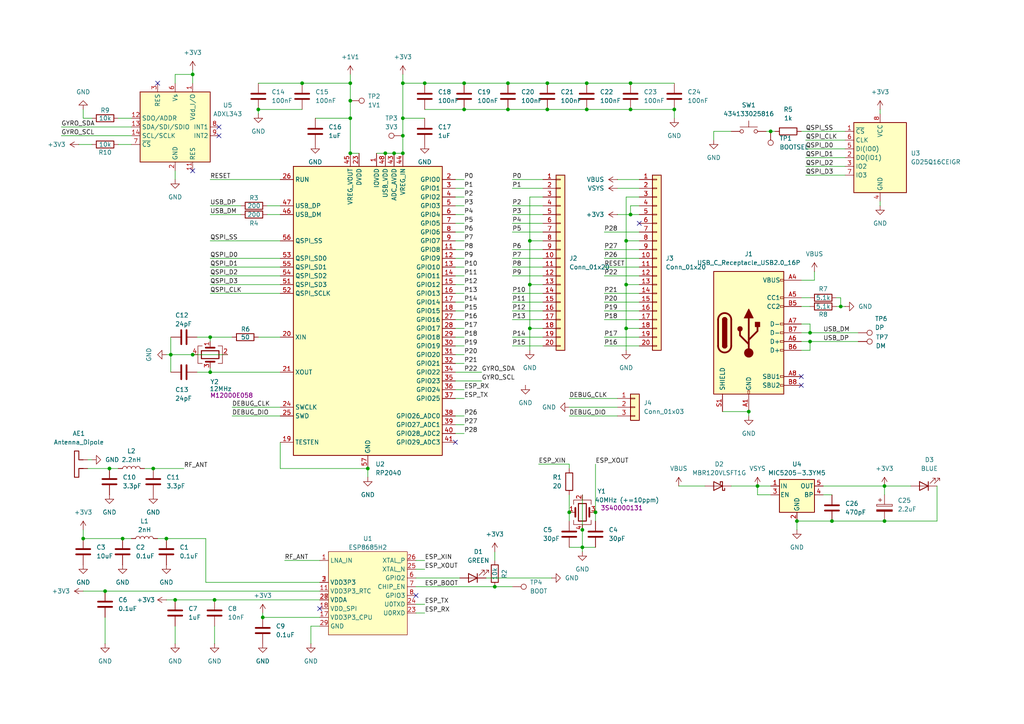
<source format=kicad_sch>
(kicad_sch (version 20231120) (generator "eeschema") (generator_version "8.0")
  (paper "A4")
  (junction (at 24.13 156.21))
  (junction (at 256.54 151.13))
  (junction (at 256.54 140.97))
  (junction (at 55.88 21.59))
  (junction (at 87.63 24.13))
  (junction (at 158.75 31.75))
  (junction (at 48.26 156.21))
  (junction (at 182.88 62.23))
  (junction (at 49.53 102.87))
  (junction (at 116.84 44.45))
  (junction (at 30.48 171.45))
  (junction (at 116.84 34.29))
  (junction (at 153.67 95.25))
  (junction (at 60.96 97.79))
  (junction (at 234.95 96.52))
  (junction (at 55.88 102.87))
  (junction (at 168.91 158.75))
  (junction (at 76.2 179.07))
  (junction (at 181.61 82.55))
  (junction (at 147.32 31.75))
  (junction (at 223.52 38.1))
  (junction (at 116.84 24.13))
  (junction (at 50.8 173.99))
  (junction (at 74.93 31.75))
  (junction (at 243.84 88.9))
  (junction (at 62.23 173.99))
  (junction (at 168.91 153.67))
  (junction (at 181.61 95.25))
  (junction (at 35.56 156.21))
  (junction (at 170.18 24.13))
  (junction (at 153.67 69.85))
  (junction (at 101.6 34.29))
  (junction (at 101.6 24.13))
  (junction (at 147.32 24.13))
  (junction (at 101.6 29.21))
  (junction (at 134.62 24.13))
  (junction (at 234.95 99.06))
  (junction (at 158.75 24.13))
  (junction (at 217.17 119.38))
  (junction (at 134.62 31.75))
  (junction (at 44.45 135.89))
  (junction (at 172.72 148.59))
  (junction (at 114.3 44.45))
  (junction (at 111.76 44.45))
  (junction (at 195.58 31.75))
  (junction (at 101.6 44.45))
  (junction (at 60.96 107.95))
  (junction (at 219.71 140.97))
  (junction (at 165.1 148.59))
  (junction (at 182.88 24.13))
  (junction (at 182.88 31.75))
  (junction (at 31.75 135.89))
  (junction (at 153.67 82.55))
  (junction (at 116.84 39.37))
  (junction (at 170.18 31.75))
  (junction (at 231.14 151.13))
  (junction (at 181.61 69.85))
  (junction (at 241.3 151.13))
  (junction (at 123.19 24.13))
  (junction (at 106.68 135.89))
  (junction (at 143.51 170.18))
  (no_connect (at 55.88 49.53))
  (no_connect (at 120.65 172.72))
  (no_connect (at 185.42 64.77))
  (no_connect (at 232.41 109.22))
  (no_connect (at 92.71 176.53))
  (no_connect (at 63.5 39.37))
  (no_connect (at 45.72 24.13))
  (no_connect (at 63.5 36.83))
  (no_connect (at 132.08 128.27))
  (no_connect (at 232.41 111.76))
  (wire (pts (xy 81.28 135.89) (xy 81.28 128.27)))
  (wire (pts (xy 175.26 92.71) (xy 185.42 92.71)))
  (wire (pts (xy 165.1 120.65) (xy 179.07 120.65)))
  (wire (pts (xy 168.91 160.02) (xy 168.91 158.75)))
  (wire (pts (xy 77.47 59.69) (xy 81.28 59.69)))
  (wire (pts (xy 181.61 101.6) (xy 181.61 95.25)))
  (wire (pts (xy 101.6 29.21) (xy 101.6 24.13)))
  (wire (pts (xy 134.62 57.15) (xy 132.08 57.15)))
  (wire (pts (xy 233.68 48.26) (xy 245.11 48.26)))
  (wire (pts (xy 165.1 158.75) (xy 168.91 158.75)))
  (wire (pts (xy 120.65 162.56) (xy 123.19 162.56)))
  (wire (pts (xy 132.08 113.03) (xy 134.62 113.03)))
  (wire (pts (xy 34.29 34.29) (xy 38.1 34.29)))
  (wire (pts (xy 165.1 118.11) (xy 179.07 118.11)))
  (wire (pts (xy 182.88 62.23) (xy 185.42 62.23)))
  (wire (pts (xy 132.08 125.73) (xy 134.62 125.73)))
  (wire (pts (xy 271.78 140.97) (xy 271.78 151.13)))
  (wire (pts (xy 134.62 85.09) (xy 132.08 85.09)))
  (wire (pts (xy 153.67 82.55) (xy 157.48 82.55)))
  (wire (pts (xy 140.97 167.64) (xy 160.02 167.64)))
  (wire (pts (xy 76.2 179.07) (xy 92.71 179.07)))
  (wire (pts (xy 165.1 148.59) (xy 165.1 151.13)))
  (wire (pts (xy 30.48 171.45) (xy 92.71 171.45)))
  (wire (pts (xy 60.96 62.23) (xy 69.85 62.23)))
  (wire (pts (xy 101.6 24.13) (xy 87.63 24.13)))
  (wire (pts (xy 181.61 82.55) (xy 181.61 69.85)))
  (wire (pts (xy 120.65 165.1) (xy 123.19 165.1)))
  (wire (pts (xy 134.62 90.17) (xy 132.08 90.17)))
  (wire (pts (xy 111.76 44.45) (xy 114.3 44.45)))
  (wire (pts (xy 234.95 101.6) (xy 234.95 99.06)))
  (wire (pts (xy 132.08 123.19) (xy 134.62 123.19)))
  (wire (pts (xy 256.54 143.51) (xy 256.54 140.97)))
  (wire (pts (xy 60.96 69.85) (xy 81.28 69.85)))
  (wire (pts (xy 148.59 64.77) (xy 157.48 64.77)))
  (wire (pts (xy 34.29 41.91) (xy 38.1 41.91)))
  (wire (pts (xy 182.88 24.13) (xy 195.58 24.13)))
  (wire (pts (xy 87.63 24.13) (xy 74.93 24.13)))
  (wire (pts (xy 120.65 170.18) (xy 143.51 170.18)))
  (wire (pts (xy 271.78 151.13) (xy 256.54 151.13)))
  (wire (pts (xy 219.71 143.51) (xy 219.71 140.97)))
  (wire (pts (xy 101.6 44.45) (xy 104.14 44.45)))
  (wire (pts (xy 134.62 80.01) (xy 132.08 80.01)))
  (wire (pts (xy 182.88 31.75) (xy 195.58 31.75)))
  (wire (pts (xy 120.65 175.26) (xy 123.19 175.26)))
  (wire (pts (xy 243.84 88.9) (xy 245.11 88.9)))
  (wire (pts (xy 134.62 64.77) (xy 132.08 64.77)))
  (wire (pts (xy 132.08 115.57) (xy 134.62 115.57)))
  (wire (pts (xy 134.62 82.55) (xy 132.08 82.55)))
  (wire (pts (xy 49.53 102.87) (xy 49.53 107.95)))
  (wire (pts (xy 123.19 31.75) (xy 134.62 31.75)))
  (wire (pts (xy 101.6 34.29) (xy 101.6 29.21)))
  (wire (pts (xy 207.01 40.64) (xy 207.01 38.1)))
  (wire (pts (xy 172.72 148.59) (xy 172.72 151.13)))
  (wire (pts (xy 74.93 31.75) (xy 74.93 33.02)))
  (wire (pts (xy 148.59 80.01) (xy 157.48 80.01)))
  (wire (pts (xy 62.23 173.99) (xy 92.71 173.99)))
  (wire (pts (xy 81.28 107.95) (xy 60.96 107.95)))
  (wire (pts (xy 55.88 20.32) (xy 55.88 21.59)))
  (wire (pts (xy 134.62 74.93) (xy 132.08 74.93)))
  (wire (pts (xy 168.91 158.75) (xy 172.72 158.75)))
  (wire (pts (xy 168.91 143.51) (xy 168.91 153.67)))
  (wire (pts (xy 134.62 52.07) (xy 132.08 52.07)))
  (wire (pts (xy 24.13 153.67) (xy 24.13 156.21)))
  (wire (pts (xy 148.59 54.61) (xy 157.48 54.61)))
  (wire (pts (xy 134.62 87.63) (xy 132.08 87.63)))
  (wire (pts (xy 175.26 97.79) (xy 185.42 97.79)))
  (wire (pts (xy 181.61 57.15) (xy 185.42 57.15)))
  (wire (pts (xy 231.14 151.13) (xy 241.3 151.13)))
  (wire (pts (xy 24.13 171.45) (xy 30.48 171.45)))
  (wire (pts (xy 238.76 143.51) (xy 241.3 143.51)))
  (wire (pts (xy 233.68 45.72) (xy 245.11 45.72)))
  (wire (pts (xy 134.62 105.41) (xy 132.08 105.41)))
  (wire (pts (xy 35.56 156.21) (xy 38.1 156.21)))
  (wire (pts (xy 31.75 135.89) (xy 34.29 135.89)))
  (wire (pts (xy 153.67 82.55) (xy 153.67 69.85)))
  (wire (pts (xy 148.59 52.07) (xy 157.48 52.07)))
  (wire (pts (xy 57.15 97.79) (xy 60.96 97.79)))
  (wire (pts (xy 165.1 115.57) (xy 179.07 115.57)))
  (wire (pts (xy 109.22 44.45) (xy 111.76 44.45)))
  (wire (pts (xy 232.41 86.36) (xy 234.95 86.36)))
  (wire (pts (xy 143.51 160.02) (xy 143.51 162.56)))
  (wire (pts (xy 148.59 72.39) (xy 157.48 72.39)))
  (wire (pts (xy 181.61 69.85) (xy 181.61 57.15)))
  (wire (pts (xy 181.61 95.25) (xy 181.61 82.55)))
  (wire (pts (xy 242.57 88.9) (xy 243.84 88.9)))
  (wire (pts (xy 116.84 39.37) (xy 116.84 44.45)))
  (wire (pts (xy 153.67 69.85) (xy 153.67 57.15)))
  (wire (pts (xy 158.75 31.75) (xy 170.18 31.75)))
  (wire (pts (xy 25.4 135.89) (xy 31.75 135.89)))
  (wire (pts (xy 181.61 69.85) (xy 185.42 69.85)))
  (wire (pts (xy 181.61 82.55) (xy 185.42 82.55)))
  (wire (pts (xy 236.22 78.74) (xy 236.22 81.28)))
  (wire (pts (xy 55.88 102.87) (xy 66.04 102.87)))
  (wire (pts (xy 24.13 31.75) (xy 24.13 34.29)))
  (wire (pts (xy 24.13 34.29) (xy 26.67 34.29)))
  (wire (pts (xy 219.71 143.51) (xy 223.52 143.51)))
  (wire (pts (xy 17.78 39.37) (xy 38.1 39.37)))
  (wire (pts (xy 76.2 177.8) (xy 76.2 179.07)))
  (wire (pts (xy 132.08 120.65) (xy 134.62 120.65)))
  (wire (pts (xy 241.3 151.13) (xy 256.54 151.13)))
  (wire (pts (xy 101.6 34.29) (xy 91.44 34.29)))
  (wire (pts (xy 234.95 96.52) (xy 248.92 96.52)))
  (wire (pts (xy 175.26 67.31) (xy 185.42 67.31)))
  (wire (pts (xy 120.65 177.8) (xy 123.19 177.8)))
  (wire (pts (xy 179.07 52.07) (xy 185.42 52.07)))
  (wire (pts (xy 153.67 57.15) (xy 157.48 57.15)))
  (wire (pts (xy 234.95 99.06) (xy 248.92 99.06)))
  (wire (pts (xy 148.59 67.31) (xy 157.48 67.31)))
  (wire (pts (xy 172.72 134.62) (xy 172.72 148.59)))
  (wire (pts (xy 175.26 100.33) (xy 185.42 100.33)))
  (wire (pts (xy 153.67 95.25) (xy 157.48 95.25)))
  (wire (pts (xy 134.62 92.71) (xy 132.08 92.71)))
  (wire (pts (xy 134.62 59.69) (xy 132.08 59.69)))
  (wire (pts (xy 175.26 72.39) (xy 185.42 72.39)))
  (wire (pts (xy 147.32 31.75) (xy 158.75 31.75)))
  (wire (pts (xy 165.1 143.51) (xy 165.1 148.59)))
  (wire (pts (xy 148.59 92.71) (xy 157.48 92.71)))
  (wire (pts (xy 132.08 110.49) (xy 139.7 110.49)))
  (wire (pts (xy 212.09 140.97) (xy 219.71 140.97)))
  (wire (pts (xy 116.84 34.29) (xy 116.84 39.37)))
  (wire (pts (xy 222.25 38.1) (xy 223.52 38.1)))
  (wire (pts (xy 44.45 135.89) (xy 53.34 135.89)))
  (wire (pts (xy 67.31 118.11) (xy 81.28 118.11)))
  (wire (pts (xy 106.68 135.89) (xy 81.28 135.89)))
  (wire (pts (xy 233.68 43.18) (xy 245.11 43.18)))
  (wire (pts (xy 101.6 44.45) (xy 101.6 34.29)))
  (wire (pts (xy 49.53 102.87) (xy 55.88 102.87)))
  (wire (pts (xy 181.61 95.25) (xy 185.42 95.25)))
  (wire (pts (xy 158.75 24.13) (xy 170.18 24.13)))
  (wire (pts (xy 148.59 74.93) (xy 157.48 74.93)))
  (wire (pts (xy 74.93 97.79) (xy 81.28 97.79)))
  (wire (pts (xy 223.52 38.1) (xy 224.79 38.1)))
  (wire (pts (xy 256.54 140.97) (xy 238.76 140.97)))
  (wire (pts (xy 196.85 140.97) (xy 204.47 140.97)))
  (wire (pts (xy 132.08 107.95) (xy 139.7 107.95)))
  (wire (pts (xy 134.62 24.13) (xy 147.32 24.13)))
  (wire (pts (xy 209.55 119.38) (xy 217.17 119.38)))
  (wire (pts (xy 123.19 24.13) (xy 134.62 24.13)))
  (wire (pts (xy 60.96 74.93) (xy 81.28 74.93)))
  (wire (pts (xy 232.41 88.9) (xy 234.95 88.9)))
  (wire (pts (xy 255.27 31.75) (xy 255.27 33.02)))
  (wire (pts (xy 179.07 54.61) (xy 185.42 54.61)))
  (wire (pts (xy 134.62 67.31) (xy 132.08 67.31)))
  (wire (pts (xy 134.62 100.33) (xy 132.08 100.33)))
  (wire (pts (xy 232.41 38.1) (xy 245.11 38.1)))
  (wire (pts (xy 60.96 80.01) (xy 81.28 80.01)))
  (wire (pts (xy 50.8 173.99) (xy 62.23 173.99)))
  (wire (pts (xy 170.18 24.13) (xy 182.88 24.13)))
  (wire (pts (xy 55.88 21.59) (xy 55.88 24.13)))
  (wire (pts (xy 232.41 96.52) (xy 234.95 96.52)))
  (wire (pts (xy 236.22 81.28) (xy 232.41 81.28)))
  (wire (pts (xy 242.57 86.36) (xy 243.84 86.36)))
  (wire (pts (xy 134.62 97.79) (xy 132.08 97.79)))
  (wire (pts (xy 232.41 99.06) (xy 234.95 99.06)))
  (wire (pts (xy 153.67 69.85) (xy 157.48 69.85)))
  (wire (pts (xy 134.62 77.47) (xy 132.08 77.47)))
  (wire (pts (xy 153.67 95.25) (xy 153.67 82.55)))
  (wire (pts (xy 148.59 59.69) (xy 157.48 59.69)))
  (wire (pts (xy 49.53 97.79) (xy 49.53 102.87)))
  (wire (pts (xy 231.14 151.13) (xy 231.14 153.67)))
  (wire (pts (xy 48.26 156.21) (xy 59.69 156.21)))
  (wire (pts (xy 24.13 156.21) (xy 35.56 156.21)))
  (wire (pts (xy 60.96 97.79) (xy 60.96 99.06)))
  (wire (pts (xy 77.47 62.23) (xy 81.28 62.23)))
  (wire (pts (xy 170.18 31.75) (xy 182.88 31.75)))
  (wire (pts (xy 134.62 62.23) (xy 132.08 62.23)))
  (wire (pts (xy 134.62 31.75) (xy 147.32 31.75)))
  (wire (pts (xy 134.62 102.87) (xy 132.08 102.87)))
  (wire (pts (xy 45.72 156.21) (xy 48.26 156.21)))
  (wire (pts (xy 50.8 186.69) (xy 50.8 181.61)))
  (wire (pts (xy 182.88 59.69) (xy 182.88 62.23)))
  (wire (pts (xy 148.59 100.33) (xy 157.48 100.33)))
  (wire (pts (xy 156.21 134.62) (xy 165.1 134.62)))
  (wire (pts (xy 148.59 97.79) (xy 157.48 97.79)))
  (wire (pts (xy 233.68 50.8) (xy 245.11 50.8)))
  (wire (pts (xy 62.23 186.69) (xy 62.23 181.61)))
  (wire (pts (xy 148.59 77.47) (xy 157.48 77.47)))
  (wire (pts (xy 175.26 80.01) (xy 185.42 80.01)))
  (wire (pts (xy 60.96 77.47) (xy 81.28 77.47)))
  (wire (pts (xy 57.15 107.95) (xy 60.96 107.95)))
  (wire (pts (xy 67.31 120.65) (xy 81.28 120.65)))
  (wire (pts (xy 114.3 44.45) (xy 116.84 44.45)))
  (wire (pts (xy 90.17 186.69) (xy 90.17 181.61)))
  (wire (pts (xy 48.26 173.99) (xy 50.8 173.99)))
  (wire (pts (xy 116.84 34.29) (xy 123.19 34.29)))
  (wire (pts (xy 148.59 62.23) (xy 157.48 62.23)))
  (wire (pts (xy 143.51 170.18) (xy 148.59 170.18)))
  (wire (pts (xy 22.86 41.91) (xy 26.67 41.91)))
  (wire (pts (xy 165.1 134.62) (xy 165.1 135.89)))
  (wire (pts (xy 185.42 59.69) (xy 182.88 59.69)))
  (wire (pts (xy 168.91 153.67) (xy 168.91 158.75)))
  (wire (pts (xy 134.62 95.25) (xy 132.08 95.25)))
  (wire (pts (xy 59.69 168.91) (xy 92.71 168.91)))
  (wire (pts (xy 175.26 77.47) (xy 185.42 77.47)))
  (wire (pts (xy 179.07 62.23) (xy 182.88 62.23)))
  (wire (pts (xy 175.26 85.09) (xy 185.42 85.09)))
  (wire (pts (xy 59.69 156.21) (xy 59.69 168.91)))
  (wire (pts (xy 60.96 82.55) (xy 81.28 82.55)))
  (wire (pts (xy 60.96 107.95) (xy 60.96 106.68)))
  (wire (pts (xy 30.48 186.69) (xy 30.48 179.07)))
  (wire (pts (xy 148.59 87.63) (xy 157.48 87.63)))
  (wire (pts (xy 153.67 101.6) (xy 153.67 95.25)))
  (wire (pts (xy 60.96 85.09) (xy 81.28 85.09)))
  (wire (pts (xy 243.84 86.36) (xy 243.84 88.9)))
  (wire (pts (xy 49.53 102.87) (xy 48.26 102.87)))
  (wire (pts (xy 50.8 24.13) (xy 50.8 21.59)))
  (wire (pts (xy 106.68 135.89) (xy 106.68 138.43)))
  (wire (pts (xy 134.62 54.61) (xy 132.08 54.61)))
  (wire (pts (xy 50.8 21.59) (xy 55.88 21.59)))
  (wire (pts (xy 148.59 85.09) (xy 157.48 85.09)))
  (wire (pts (xy 234.95 93.98) (xy 234.95 96.52)))
  (wire (pts (xy 207.01 38.1) (xy 212.09 38.1)))
  (wire (pts (xy 60.96 59.69) (xy 69.85 59.69)))
  (wire (pts (xy 233.68 40.64) (xy 245.11 40.64)))
  (wire (pts (xy 60.96 52.07) (xy 81.28 52.07)))
  (wire (pts (xy 41.91 135.89) (xy 44.45 135.89)))
  (wire (pts (xy 232.41 101.6) (xy 234.95 101.6)))
  (wire (pts (xy 255.27 58.42) (xy 255.27 59.69)))
  (wire (pts (xy 82.55 162.56) (xy 92.71 162.56)))
  (wire (pts (xy 116.84 21.59) (xy 116.84 24.13)))
  (wire (pts (xy 256.54 140.97) (xy 264.16 140.97)))
  (wire (pts (xy 147.32 24.13) (xy 158.75 24.13)))
  (wire (pts (xy 25.4 133.35) (xy 26.67 133.35)))
  (wire (pts (xy 116.84 24.13) (xy 116.84 34.29)))
  (wire (pts (xy 175.26 90.17) (xy 185.42 90.17)))
  (wire (pts (xy 74.93 31.75) (xy 87.63 31.75)))
  (wire (pts (xy 50.8 49.53) (xy 50.8 52.07)))
  (wire (pts (xy 148.59 90.17) (xy 157.48 90.17)))
  (wire (pts (xy 175.26 74.93) (xy 185.42 74.93)))
  (wire (pts (xy 90.17 181.61) (xy 92.71 181.61)))
  (wire (pts (xy 17.78 36.83) (xy 38.1 36.83)))
  (wire (pts (xy 217.17 119.38) (xy 217.17 120.65)))
  (wire (pts (xy 175.26 87.63) (xy 185.42 87.63)))
  (wire (pts (xy 134.62 69.85) (xy 132.08 69.85)))
  (wire (pts (xy 195.58 31.75) (xy 195.58 34.29)))
  (wire (pts (xy 101.6 21.59) (xy 101.6 24.13)))
  (wire (pts (xy 120.65 167.64) (xy 133.35 167.64)))
  (wire (pts (xy 232.41 93.98) (xy 234.95 93.98)))
  (wire (pts (xy 219.71 140.97) (xy 223.52 140.97)))
  (wire (pts (xy 116.84 24.13) (xy 123.19 24.13)))
  (wire (pts (xy 134.62 72.39) (xy 132.08 72.39)))
  (wire (pts (xy 67.31 97.79) (xy 60.96 97.79)))
  (label "P20" (at 175.26 87.63 0))
  (label "RESET" (at 60.96 52.07 0))
  (label "ESP_XOUT" (at 123.19 165.1 0))
  (label "P11" (at 148.59 87.63 0))
  (label "P9" (at 148.59 80.01 0))
  (label "ESP_TX" (at 123.19 175.26 0))
  (label "P15" (at 148.59 100.33 0))
  (label "USB_DP" (at 60.96 59.69 0))
  (label "ESP_RX" (at 123.19 177.8 0))
  (label "QSPI_D1" (at 233.68 45.72 0))
  (label "P2" (at 134.62 57.15 0))
  (label "QSPI_D2" (at 60.96 80.01 0))
  (label "ESP_BOOT" (at 123.19 170.18 0))
  (label "P7" (at 148.59 74.93 0))
  (label "P8" (at 134.62 72.39 0))
  (label "P17" (at 134.62 95.25 0))
  (label "P15" (at 134.62 90.17 0))
  (label "GYRO_SDA" (at 139.7 107.95 0))
  (label "P27" (at 175.26 72.39 0))
  (label "P28" (at 134.62 125.73 0))
  (label "ESP_XIN" (at 156.21 134.62 0))
  (label "P26" (at 175.26 74.93 0))
  (label "RF_ANT" (at 53.34 135.89 0))
  (label "QSPI_D2" (at 233.68 48.26 0))
  (label "USB_DM" (at 60.96 62.23 0))
  (label "P5" (at 134.62 64.77 0))
  (label "QSPI_D0" (at 60.96 74.93 0))
  (label "P3" (at 148.59 62.23 0))
  (label "DEBUG_DIO" (at 165.1 120.65 0))
  (label "P16" (at 134.62 92.71 0))
  (label "USB_DM" (at 238.76 96.52 0))
  (label "QSPI_CLK" (at 60.96 85.09 0))
  (label "P26" (at 134.62 120.65 0))
  (label "QSPI_D0" (at 233.68 43.18 0))
  (label "P3" (at 134.62 59.69 0))
  (label "P11" (at 134.62 80.01 0))
  (label "ESP_TX" (at 134.62 115.57 0))
  (label "P17" (at 175.26 97.79 0))
  (label "P1" (at 148.59 54.61 0))
  (label "QSPI_D3" (at 60.96 82.55 0))
  (label "P21" (at 134.62 105.41 0))
  (label "P19" (at 175.26 90.17 0))
  (label "P4" (at 148.59 64.77 0))
  (label "P1" (at 134.62 54.61 0))
  (label "P9" (at 134.62 74.93 0))
  (label "P12" (at 134.62 82.55 0))
  (label "P22" (at 175.26 80.01 0))
  (label "P13" (at 134.62 85.09 0))
  (label "DEBUG_CLK" (at 165.1 115.57 0))
  (label "P28" (at 175.26 67.31 0))
  (label "QSPI_CLK" (at 233.68 40.64 0))
  (label "RF_ANT" (at 82.55 162.56 0))
  (label "P10" (at 148.59 85.09 0))
  (label "P14" (at 134.62 87.63 0))
  (label "QSPI_D3" (at 233.68 50.8 0))
  (label "P21" (at 175.26 85.09 0))
  (label "GYRO_SCL" (at 139.7 110.49 0))
  (label "P10" (at 134.62 77.47 0))
  (label "QSPI_SS" (at 60.96 69.85 0))
  (label "USB_DP" (at 238.76 99.06 0))
  (label "P6" (at 134.62 67.31 0))
  (label "P27" (at 134.62 123.19 0))
  (label "P13" (at 148.59 92.71 0))
  (label "P6" (at 148.59 72.39 0))
  (label "P2" (at 148.59 59.69 0))
  (label "P7" (at 134.62 69.85 0))
  (label "P20" (at 134.62 102.87 0))
  (label "DEBUG_CLK" (at 67.31 118.11 0))
  (label "ESP_XIN" (at 123.19 162.56 0))
  (label "P18" (at 134.62 97.79 0))
  (label "QSPI_SS" (at 233.68 38.1 0))
  (label "P19" (at 134.62 100.33 0))
  (label "P16" (at 175.26 100.33 0))
  (label "P14" (at 148.59 97.79 0))
  (label "P4" (at 134.62 62.23 0))
  (label "QSPI_D1" (at 60.96 77.47 0))
  (label "P18" (at 175.26 92.71 0))
  (label "P0" (at 148.59 52.07 0))
  (label "ESP_RX" (at 134.62 113.03 0))
  (label "ESP_XOUT" (at 172.72 134.62 0))
  (label "P0" (at 134.62 52.07 0))
  (label "DEBUG_DIO" (at 67.31 120.65 0))
  (label "P12" (at 148.59 90.17 0))
  (label "P5" (at 148.59 67.31 0))
  (label "GYRO_SDA" (at 17.78 36.83 0))
  (label "P22" (at 134.62 107.95 0))
  (label "GYRO_SCL" (at 17.78 39.37 0))
  (label "P8" (at 148.59 77.47 0))
  (label "RESET" (at 175.26 77.47 0))
  (symbol (lib_id "power:GND") (at 24.13 31.75 180) (unit 1)
    (property "Reference" "#PWR045" (effects (hide yes)))
    (property "Value" "GND" (at 24.13 26.67 0))
    (property "Description" "Power symbol creates a global label with name \"GND\" , ground" (effects (hide yes)))
  )
  (symbol (lib_id "power:GND") (at 181.61 101.6 0) (unit 1)
    (property "Reference" "#PWR039" (effects (hide yes)))
    (property "Value" "GND" (at 181.61 106.68 0))
    (property "Description" "Power symbol creates a global label with name \"GND\" , ground" (effects (hide yes)))
  )
  (symbol (lib_id "power:+3V3") (at 22.86 41.91 90) (unit 1)
    (property "Reference" "#PWR044" (effects (hide yes)))
    (property "Value" "+3V3" (at 19.05 41.9099 90) (effects (justify left)))
    (property "Description" "Power symbol creates a global label with name \"+3V3\"" (effects (hide yes)))
  )
  (symbol (lib_id "power:GND") (at 217.17 120.65 0) (unit 1)
    (property "Reference" "#PWR032" (effects (hide yes)))
    (property "Value" "GND" (at 217.17 125.73 0))
    (property "Description" "Power symbol creates a global label with name \"GND\" , ground" (effects (hide yes)))
  )
  (symbol (lib_id "power:+3V3") (at 24.13 153.67 0) (unit 1)
    (property "Reference" "#PWR04" (effects (hide yes)))
    (property "Value" "+3V3" (at 24.13 148.59 0))
    (property "Description" "Power symbol creates a global label with name \"+3V3\"" (effects (hide yes)))
  )
  (symbol (lib_id "power:GND") (at 35.56 163.83 0) (unit 1)
    (property "Reference" "#PWR02" (effects (hide yes)))
    (property "Value" "GND" (at 35.56 168.91 0))
    (property "Description" "Power symbol creates a global label with name \"GND\" , ground" (effects (hide yes)))
  )
  (symbol (lib_id "power:VBUS") (at 219.71 140.97 0) (unit 1)
    (property "Reference" "#PWR037" (effects (hide yes)))
    (property "Value" "VSYS" (at 219.71 135.89 0))
    (property "Description" "Power symbol creates a global label with name \"VBUS\"" (effects (hide yes)))
  )
  (symbol (lib_id "Device:R") (at 143.51 166.37 180) (unit 1)
    (property "Reference" "R2" (at 146.304 165.1 90) (effects (justify left)))
    (property "Value" "10k" (at 143.51 164.592 90) (effects (justify left)))
    (property "Footprint" "Resistor_SMD:R_0402_1005Metric" (effects (hide yes)))
    (property "Description" "Resistor" (effects (hide yes)))
  )
  (symbol (lib_id "MCU_RaspberryPi:RP2040") (at 106.68 90.17 0) (unit 1)
    (property "Reference" "U2" (at 108.8741 134.62 0) (effects (justify left)))
    (property "Value" "RP2040" (at 108.8741 137.16 0) (effects (justify left)))
    (property "Footprint" "Package_DFN_QFN:QFN-56-1EP_7x7mm_P0.4mm_EP3.2x3.2mm" (effects (hide yes)))
    (property "Datasheet" "https://datasheets.raspberrypi.com/rp2040/rp2040-datasheet.pdf" (effects (hide yes)))
    (property "Description" "A microcontroller by Raspberry Pi" (effects (hide yes)))
  )
  (symbol (lib_id "power:GND") (at 245.11 88.9 90) (unit 1)
    (property "Reference" "#PWR033" (effects (hide yes)))
    (property "Value" "GND" (at 248.92 88.8999 90) (effects (justify right)))
    (property "Description" "Power symbol creates a global label with name \"GND\" , ground" (effects (hide yes)))
  )
  (symbol (lib_id "Device:R") (at 30.48 41.91 90) (unit 1)
    (property "Reference" "R10" (at 30.48 44.196 90))
    (property "Value" "10k" (at 30.48 41.91 90))
    (property "Footprint" "Resistor_SMD:R_0402_1005Metric" (effects (hide yes)))
    (property "Description" "Resistor" (effects (hide yes)))
  )
  (symbol (lib_id "power:GND") (at 76.2 186.69 0) (unit 1)
    (property "Reference" "#PWR010" (effects (hide yes)))
    (property "Value" "GND" (at 76.2 191.77 0))
    (property "Description" "Power symbol creates a global label with name \"GND\" , ground" (effects (hide yes)))
  )
  (symbol (lib_id "Device:R") (at 30.48 34.29 90) (unit 1)
    (property "Reference" "R9" (at 30.48 32.004 90))
    (property "Value" "10k" (at 30.48 34.29 90))
    (property "Footprint" "Resistor_SMD:R_0402_1005Metric" (effects (hide yes)))
    (property "Description" "Resistor" (effects (hide yes)))
  )
  (symbol (lib_id "power:+3V3") (at 256.54 140.97 0) (unit 1)
    (property "Reference" "#PWR036" (effects (hide yes)))
    (property "Value" "+3V3" (at 256.54 135.89 0))
    (property "Description" "Power symbol creates a global label with name \"+3V3\"" (effects (hide yes)))
  )
  (symbol (lib_id "Device:C") (at 170.18 27.94 0) (unit 1)
    (property "Reference" "C22" (at 173.99 26.6699 0) (effects (justify left)))
    (property "Value" "100nF" (at 173.99 29.2099 0) (effects (justify left)))
    (property "Footprint" "Capacitor_SMD:C_0402_1005Metric" (effects (hide yes)))
    (property "Description" "Unpolarized capacitor" (effects (hide yes)))
  )
  (symbol (lib_id "power:+3V3") (at 116.84 21.59 0) (unit 1)
    (property "Reference" "#PWR024" (effects (hide yes)))
    (property "Value" "+3V3" (at 116.84 16.51 0))
    (property "Description" "Power symbol creates a global label with name \"+3V3\"" (effects (hide yes)))
  )
  (symbol (lib_id "Device:C") (at 30.48 175.26 0) (unit 1)
    (property "Reference" "C6" (at 34.29 173.9899 0) (effects (justify left)))
    (property "Value" "0.1uF" (at 34.29 176.5299 0) (effects (justify left)))
    (property "Footprint" "Capacitor_SMD:C_0402_1005Metric" (effects (hide yes)))
    (property "Description" "Unpolarized capacitor" (effects (hide yes)))
  )
  (symbol (lib_id "Sensor_Motion:ADXL343") (at 50.8 36.83 0) (unit 1)
    (property "Reference" "U5" (at 66.04 30.5114 0))
    (property "Value" "ADXL343" (at 66.04 33.0514 0))
    (property "Footprint" "Package_LGA:LGA-14_3x5mm_P0.8mm_LayoutBorder1x6y" (effects (hide yes)))
    (property "Datasheet" "https://www.analog.com/media/en/technical-documentation/data-sheets/ADXL343.pdf" (effects (hide yes)))
    (property "Description" "3-Axis MEMS Accelerometer, 2/4/8/16g range, I2C/SPI, LGA-14" (effects (hide yes)))
  )
  (symbol (lib_id "Connector:TestPoint") (at 248.92 96.52 270) (unit 1)
    (property "Reference" "TP6" (at 253.746 92.456 90) (effects (justify left)))
    (property "Value" "DP" (at 253.746 94.996 90) (effects (justify left)))
    (property "Footprint" "TestPoint:TestPoint_Pad_D1.0mm" (effects (hide yes)))
    (property "Description" "test point" (effects (hide yes)))
  )
  (symbol (lib_id "Device:R") (at 165.1 139.7 0) (unit 1)
    (property "Reference" "R1" (at 160.274 138.43 0) (effects (justify left)))
    (property "Value" "20" (at 160.274 140.97 0) (effects (justify left)))
    (property "Footprint" "Resistor_SMD:R_0402_1005Metric" (effects (hide yes)))
    (property "Description" "Resistor" (effects (hide yes)))
  )
  (symbol (lib_id "power:GND") (at 123.19 41.91 0) (unit 1)
    (property "Reference" "#PWR025" (effects (hide yes)))
    (property "Value" "GND" (at 123.19 46.99 0))
    (property "Description" "Power symbol creates a global label with name \"GND\" , ground" (effects (hide yes)))
  )
  (symbol (lib_id "power:GND") (at 153.67 101.6 0) (unit 1)
    (property "Reference" "#PWR038" (effects (hide yes)))
    (property "Value" "GND" (at 153.67 106.68 0))
    (property "Description" "Power symbol creates a global label with name \"GND\" , ground" (effects (hide yes)))
  )
  (symbol (lib_id "power:GND") (at 50.8 52.07 0) (unit 1)
    (property "Reference" "#PWR046" (effects (hide yes)))
    (property "Value" "GND" (at 50.8 57.15 0))
    (property "Description" "Power symbol creates a global label with name \"GND\" , ground" (effects (hide yes)))
  )
  (symbol (lib_id "power:GND") (at 195.58 34.29 0) (unit 1)
    (property "Reference" "#PWR026" (effects (hide yes)))
    (property "Value" "GND" (at 195.58 39.37 0))
    (property "Description" "Power symbol creates a global label with name \"GND\" , ground" (effects (hide yes)))
  )
  (symbol (lib_id "Device:C") (at 24.13 160.02 0) (unit 1)
    (property "Reference" "C3" (at 27.94 158.7499 0) (effects (justify left)))
    (property "Value" "10uF" (at 27.94 161.2899 0) (effects (justify left)))
    (property "Footprint" "Capacitor_SMD:C_0402_1005Metric" (effects (hide yes)))
    (property "Description" "Unpolarized capacitor" (effects (hide yes)))
  )
  (symbol (lib_id "power:+3V3") (at 143.51 160.02 0) (unit 1)
    (property "Reference" "#PWR014" (effects (hide yes)))
    (property "Value" "+3V3" (at 143.51 154.94 0))
    (property "Description" "Power symbol creates a global label with name \"+3V3\"" (effects (hide yes)))
  )
  (symbol (lib_id "power:GND") (at 207.01 40.64 0) (unit 1)
    (property "Reference" "#PWR022" (effects (hide yes)))
    (property "Value" "GND" (at 207.01 45.72 0))
    (property "Description" "Power symbol creates a global label with name \"GND\" , ground" (effects (hide yes)))
  )
  (symbol (lib_id "Connector:TestPoint") (at 223.52 38.1 180) (unit 1)
    (property "Reference" "TP1" (at 226.06 40.1319 0) (effects (justify right)))
    (property "Value" "BOOTSEL" (at 226.06 42.6719 0) (effects (justify right)))
    (property "Footprint" "TestPoint:TestPoint_Pad_D1.0mm" (effects (hide yes)))
    (property "Description" "test point" (effects (hide yes)))
  )
  (symbol (lib_id "Device:C") (at 241.3 147.32 0) (unit 1)
    (property "Reference" "C26" (at 245.11 146.0499 0) (effects (justify left)))
    (property "Value" "470pF" (at 245.11 148.5899 0) (effects (justify left)))
    (property "Footprint" "Capacitor_SMD:C_0402_1005Metric" (effects (hide yes)))
    (property "Description" "Unpolarized capacitor" (effects (hide yes)))
  )
  (symbol (lib_id "power:VBUS") (at 236.22 78.74 0) (unit 1)
    (property "Reference" "#PWR031" (effects (hide yes)))
    (property "Value" "VBUS" (at 236.22 73.66 0))
    (property "Description" "Power symbol creates a global label with name \"VBUS\"" (effects (hide yes)))
  )
  (symbol (lib_id "Device:C") (at 48.26 160.02 0) (unit 1)
    (property "Reference" "C1" (at 52.07 158.7499 0) (effects (justify left)))
    (property "Value" "0.1uF" (at 52.07 161.2899 0) (effects (justify left)))
    (property "Footprint" "Capacitor_SMD:C_0402_1005Metric" (effects (hide yes)))
    (property "Description" "Unpolarized capacitor" (effects (hide yes)))
  )
  (symbol (lib_id "Connector:TestPoint") (at 101.6 29.21 270) (unit 1)
    (property "Reference" "TP2" (at 106.68 27.9399 90) (effects (justify left)))
    (property "Value" "1V1" (at 106.68 30.4799 90) (effects (justify left)))
    (property "Footprint" "TestPoint:TestPoint_Pad_D1.0mm" (effects (hide yes)))
    (property "Description" "test point" (effects (hide yes)))
  )
  (symbol (lib_id "power:+1V1") (at 101.6 21.59 0) (unit 1)
    (property "Reference" "#PWR029" (effects (hide yes)))
    (property "Value" "+1V1" (at 101.6 16.51 0))
    (property "Description" "Power symbol creates a global label with name \"+1V1\"" (effects (hide yes)))
  )
  (symbol (lib_id "Device:R") (at 228.6 38.1 90) (unit 1)
    (property "Reference" "R5" (at 228.6 31.75 90))
    (property "Value" "1k" (at 228.6 34.29 90))
    (property "Footprint" "Resistor_SMD:R_0402_1005Metric" (effects (hide yes)))
    (property "Description" "Resistor" (effects (hide yes)))
  )
  (symbol (lib_id "power:+3V3") (at 55.88 20.32 0) (unit 1)
    (property "Reference" "#PWR047" (effects (hide yes)))
    (property "Value" "+3V3" (at 55.88 15.24 0))
    (property "Description" "Power symbol creates a global label with name \"+3V3\"" (effects (hide yes)))
  )
  (symbol (lib_id "power:VBUS") (at 196.85 140.97 0) (unit 1)
    (property "Reference" "#PWR034" (effects (hide yes)))
    (property "Value" "VBUS" (at 196.85 135.89 0))
    (property "Description" "Power symbol creates a global label with name \"VBUS\"" (effects (hide yes)))
  )
  (symbol (lib_id "power:GND") (at 168.91 160.02 0) (unit 1)
    (property "Reference" "#PWR013" (effects (hide yes)))
    (property "Value" "GND" (at 168.91 165.1 0))
    (property "Description" "Power symbol creates a global label with name \"GND\" , ground" (effects (hide yes)))
  )
  (symbol (lib_id "Device:C") (at 165.1 154.94 0) (unit 1)
    (property "Reference" "C5" (at 157.48 153.67 0) (effects (justify left)))
    (property "Value" "30pF" (at 157.48 156.21 0) (effects (justify left)))
    (property "Footprint" "Capacitor_SMD:C_0402_1005Metric" (effects (hide yes)))
    (property "Description" "Unpolarized capacitor" (effects (hide yes)))
  )
  (symbol (lib_id "Device:Crystal_GND24") (at 168.91 148.59 0) (unit 1)
    (property "Reference" "Y1" (at 174.498 142.494 0))
    (property "Value" "40MHz (+=10ppm)" (at 181.864 145.034 0))
    (property "Footprint" "Crystal:Crystal_SMD_3225-4Pin_3.2x2.5mm" (effects (hide yes)))
    (property "Description" "Four pin crystal, GND on pins 2 and 4" (effects (hide yes)))
    (property "Part Name" "3S40000131" (at 180.34 147.32 0))
  )
  (symbol (lib_id "Device:C") (at 87.63 27.94 0) (unit 1)
    (property "Reference" "C15" (at 91.44 26.6699 0) (effects (justify left)))
    (property "Value" "100nF" (at 91.44 29.2099 0) (effects (justify left)))
    (property "Footprint" "Capacitor_SMD:C_0402_1005Metric" (effects (hide yes)))
    (property "Description" "Unpolarized capacitor" (effects (hide yes)))
  )
  (symbol (lib_id "Device:C") (at 76.2 182.88 0) (unit 1)
    (property "Reference" "C9" (at 80.01 181.6099 0) (effects (justify left)))
    (property "Value" "0.1uF" (at 80.01 184.1499 0) (effects (justify left)))
    (property "Footprint" "Capacitor_SMD:C_0402_1005Metric" (effects (hide yes)))
    (property "Description" "Unpolarized capacitor" (effects (hide yes)))
  )
  (symbol (lib_id "Device:C") (at 172.72 154.94 0) (unit 1)
    (property "Reference" "C4" (at 176.53 153.6699 0) (effects (justify left)))
    (property "Value" "30pF" (at 176.53 156.2099 0) (effects (justify left)))
    (property "Footprint" "Capacitor_SMD:C_0402_1005Metric" (effects (hide yes)))
    (property "Description" "Unpolarized capacitor" (effects (hide yes)))
  )
  (symbol (lib_id "Device:L") (at 41.91 156.21 90) (unit 1)
    (property "Reference" "L1" (at 41.91 151.13 90))
    (property "Value" "2nH" (at 41.91 153.67 90))
    (property "Footprint" "Inductor_SMD:L_0402_1005Metric" (effects (hide yes)))
    (property "Description" "Inductor" (effects (hide yes)))
  )
  (symbol (lib_id "power:GND") (at 91.44 41.91 0) (unit 1)
    (property "Reference" "#PWR027" (effects (hide yes)))
    (property "Value" "GND" (at 91.44 46.99 0))
    (property "Description" "Power symbol creates a global label with name \"GND\" , ground" (effects (hide yes)))
  )
  (symbol (lib_id "power:GND") (at 44.45 143.51 0) (unit 1)
    (property "Reference" "#PWR017" (effects (hide yes)))
    (property "Value" "GND" (at 44.45 148.59 0))
    (property "Description" "Power symbol creates a global label with name \"GND\" , ground" (effects (hide yes)))
  )
  (symbol (lib_id "Device:C") (at 91.44 38.1 0) (unit 1)
    (property "Reference" "C16" (at 95.25 36.8299 0) (effects (justify left)))
    (property "Value" "1uF" (at 95.25 39.3699 0) (effects (justify left)))
    (property "Footprint" "Capacitor_SMD:C_0402_1005Metric" (effects (hide yes)))
    (property "Description" "Unpolarized capacitor" (effects (hide yes)))
  )
  (symbol (lib_id "Connector_Generic:Conn_01x20") (at 162.56 74.93 0) (unit 1)
    (property "Reference" "J2" (at 165.1 74.9299 0) (effects (justify left)))
    (property "Value" "Conn_01x20" (at 165.1 77.4699 0) (effects (justify left)))
    (property "Footprint" "SMD-TH-Connector:Conn_01x20_2.54mm" (effects (hide yes)))
    (property "Description" "Generic connector, single row, 01x20, script generated (kicad-library-utils/schlib/autogen/connector/)" (effects (hide yes)))
  )
  (symbol (lib_id "Connector:TestPoint") (at 248.92 99.06 270) (unit 1)
    (property "Reference" "TP7" (at 254 97.7899 90) (effects (justify left)))
    (property "Value" "DM" (at 254 100.3299 90) (effects (justify left)))
    (property "Footprint" "TestPoint:TestPoint_Pad_D1.0mm" (effects (hide yes)))
    (property "Description" "test point" (effects (hide yes)))
  )
  (symbol (lib_id "Device:Crystal_GND24") (at 60.96 102.87 270) (unit 1)
    (property "Reference" "Y2" (at 62.23 110.744 90))
    (property "Value" "12MHz" (at 64.008 112.776 90))
    (property "Footprint" "Crystal:Crystal_SMD_3225-4Pin_3.2x2.5mm" (effects (hide yes)))
    (property "Description" "Four pin crystal, GND on pins 2 and 4" (effects (hide yes)))
    (property "Part Name" "M12000E058" (at 67.183 114.681 90))
  )
  (symbol (lib_id "Device:C") (at 62.23 177.8 0) (unit 1)
    (property "Reference" "C8" (at 66.04 176.5299 0) (effects (justify left)))
    (property "Value" "10nF" (at 66.04 179.0699 0) (effects (justify left)))
    (property "Footprint" "Capacitor_SMD:C_0402_1005Metric" (effects (hide yes)))
    (property "Description" "Unpolarized capacitor" (effects (hide yes)))
  )
  (symbol (lib_id "Device:R") (at 73.66 62.23 90) (unit 1)
    (property "Reference" "R4" (at 73.66 64.77 90))
    (property "Value" "200" (at 73.66 62.23 90))
    (property "Footprint" "Resistor_SMD:R_0402_1005Metric" (effects (hide yes)))
    (property "Description" "Resistor" (effects (hide yes)))
  )
  (symbol (lib_id "Device:C") (at 35.56 160.02 0) (unit 1)
    (property "Reference" "C2" (at 39.37 158.7499 0) (effects (justify left)))
    (property "Value" "0.1uF" (at 39.37 161.2899 0) (effects (justify left)))
    (property "Footprint" "Capacitor_SMD:C_0402_1005Metric" (effects (hide yes)))
    (property "Description" "Unpolarized capacitor" (effects (hide yes)))
  )
  (symbol (lib_id "power:GND") (at 231.14 153.67 0) (unit 1)
    (property "Reference" "#PWR035" (effects (hide yes)))
    (property "Value" "GND" (at 231.14 158.75 0))
    (property "Description" "Power symbol creates a global label with name \"GND\" , ground" (effects (hide yes)))
  )
  (symbol (lib_id "Device:L") (at 38.1 135.89 90) (unit 1)
    (property "Reference" "L2" (at 38.1 130.81 90))
    (property "Value" "2.2nH" (at 38.1 133.35 90))
    (property "Footprint" "Inductor_SMD:L_0402_1005Metric" (effects (hide yes)))
    (property "Description" "Inductor" (effects (hide yes)))
  )
  (symbol (lib_id "Device:R") (at 238.76 86.36 90) (unit 1)
    (property "Reference" "R7" (at 238.76 83.82 90))
    (property "Value" "5.1k" (at 238.76 86.36 90))
    (property "Footprint" "Resistor_SMD:R_0402_1005Metric" (effects (hide yes)))
    (property "Description" "Resistor" (effects (hide yes)))
  )
  (symbol (lib_id "power:+3V3") (at 48.26 173.99 90) (unit 1)
    (property "Reference" "#PWR07" (effects (hide yes)))
    (property "Value" "+3V3" (at 44.958 173.99 90) (effects (justify left)))
    (property "Description" "Power symbol creates a global label with name \"+3V3\"" (effects (hide yes)))
  )
  (symbol (lib_id "power:GND") (at 50.8 186.69 0) (unit 1)
    (property "Reference" "#PWR08" (effects (hide yes)))
    (property "Value" "GND" (at 50.8 191.77 0))
    (property "Description" "Power symbol creates a global label with name \"GND\" , ground" (effects (hide yes)))
  )
  (symbol (lib_id "Device:C") (at 195.58 27.94 0) (unit 1)
    (property "Reference" "C24" (at 199.39 26.6699 0) (effects (justify left)))
    (property "Value" "100nF" (at 199.39 29.2099 0) (effects (justify left)))
    (property "Footprint" "Capacitor_SMD:C_0402_1005Metric" (effects (hide yes)))
    (property "Description" "Unpolarized capacitor" (effects (hide yes)))
  )
  (symbol (lib_id "Device:C") (at 158.75 27.94 0) (unit 1)
    (property "Reference" "C21" (at 162.56 26.6699 0) (effects (justify left)))
    (property "Value" "100nF" (at 162.56 29.2099 0) (effects (justify left)))
    (property "Footprint" "Capacitor_SMD:C_0402_1005Metric" (effects (hide yes)))
    (property "Description" "Unpolarized capacitor" (effects (hide yes)))
  )
  (symbol (lib_id "power:GND") (at 90.17 186.69 0) (unit 1)
    (property "Reference" "#PWR012" (effects (hide yes)))
    (property "Value" "GND" (at 90.17 191.77 0))
    (property "Description" "Power symbol creates a global label with name \"GND\" , ground" (effects (hide yes)))
  )
  (symbol (lib_id "power:+3V3") (at 179.07 62.23 90) (unit 1)
    (property "Reference" "#PWR040" (effects (hide yes)))
    (property "Value" "+3V3" (at 175.26 62.2299 90) (effects (justify left)))
    (property "Description" "Power symbol creates a global label with name \"+3V3\"" (effects (hide yes)))
  )
  (symbol (lib_id "power:GND") (at 48.26 163.83 0) (unit 1)
    (property "Reference" "#PWR01" (effects (hide yes)))
    (property "Value" "GND" (at 48.26 168.91 0))
    (property "Description" "Power symbol creates a global label with name \"GND\" , ground" (effects (hide yes)))
  )
  (symbol (lib_id "power:+3V3") (at 24.13 171.45 90) (unit 1)
    (property "Reference" "#PWR05" (effects (hide yes)))
    (property "Value" "+3V3" (at 20.32 171.4499 90) (effects (justify left)))
    (property "Description" "Power symbol creates a global label with name \"+3V3\"" (effects (hide yes)))
  )
  (symbol (lib_id "power:GND") (at 24.13 163.83 0) (unit 1)
    (property "Reference" "#PWR03" (effects (hide yes)))
    (property "Value" "GND" (at 24.13 168.91 0))
    (property "Description" "Power symbol creates a global label with name \"GND\" , ground" (effects (hide yes)))
  )
  (symbol (lib_id "power:GND") (at 26.67 133.35 90) (unit 1)
    (property "Reference" "#PWR018" (effects (hide yes)))
    (property "Value" "GND" (at 30.48 133.3499 90) (effects (justify right)))
    (property "Description" "Power symbol creates a global label with name \"GND\" , ground" (effects (hide yes)))
  )
  (symbol (lib_id "power:GND") (at 30.48 186.69 0) (unit 1)
    (property "Reference" "#PWR06" (effects (hide yes)))
    (property "Value" "GND" (at 30.48 191.77 0))
    (property "Description" "Power symbol creates a global label with name \"GND\" , ground" (effects (hide yes)))
  )
  (symbol (lib_id "Device:LED") (at 137.16 167.64 180) (unit 1)
    (property "Reference" "D1" (at 138.7475 160.02 0))
    (property "Value" "GREEN" (at 138.7475 162.56 0))
    (property "Footprint" "LED_SMD:LED_0402_1005Metric" (effects (hide yes)))
    (property "Description" "Light emitting diode" (effects (hide yes)))
  )
  (symbol (lib_id "Device:C") (at 53.34 107.95 270) (unit 1)
    (property "Reference" "C13" (at 50.8 113.0299 90) (effects (justify left)))
    (property "Value" "24pF" (at 50.8 115.5699 90) (effects (justify left)))
    (property "Footprint" "Capacitor_SMD:C_0402_1005Metric" (effects (hide yes)))
    (property "Description" "Unpolarized capacitor" (effects (hide yes)))
  )
  (symbol (lib_id "Device:C_Polarized") (at 256.54 147.32 0) (unit 1)
    (property "Reference" "C25" (at 260.35 145.1609 0) (effects (justify left)))
    (property "Value" "2.2uF" (at 260.35 147.7009 0) (effects (justify left)))
    (property "Footprint" "Capacitor_Tantalum_SMD:CP_EIA-1608-08_AVX-J" (effects (hide yes)))
    (property "Description" "Polarized capacitor" (effects (hide yes)))
  )
  (symbol (lib_id "Device:C") (at 53.34 97.79 270) (unit 1)
    (property "Reference" "C12" (at 50.8 91.44 90) (effects (justify left)))
    (property "Value" "24pF" (at 50.8 93.98 90) (effects (justify left)))
    (property "Footprint" "Capacitor_SMD:C_0402_1005Metric" (effects (hide yes)))
    (property "Description" "Unpolarized capacitor" (effects (hide yes)))
  )
  (symbol (lib_id "Device:C") (at 74.93 27.94 0) (unit 1)
    (property "Reference" "C14" (at 78.74 26.6699 0) (effects (justify left)))
    (property "Value" "100nF" (at 78.74 29.2099 0) (effects (justify left)))
    (property "Footprint" "Capacitor_SMD:C_0402_1005Metric" (effects (hide yes)))
    (property "Description" "Unpolarized capacitor" (effects (hide yes)))
  )
  (symbol (lib_id "power:VBUS") (at 179.07 52.07 90) (unit 1)
    (property "Reference" "#PWR042" (effects (hide yes)))
    (property "Value" "VBUS" (at 175.26 52.0699 90) (effects (justify left)))
    (property "Description" "Power symbol creates a global label with name \"VBUS\"" (effects (hide yes)))
  )
  (symbol (lib_id "Device:C") (at 50.8 177.8 0) (unit 1)
    (property "Reference" "C7" (at 54.61 176.5299 0) (effects (justify left)))
    (property "Value" "1uF" (at 54.61 179.0699 0) (effects (justify left)))
    (property "Footprint" "Capacitor_SMD:C_0402_1005Metric" (effects (hide yes)))
    (property "Description" "Unpolarized capacitor" (effects (hide yes)))
  )
  (symbol (lib_id "Device:C") (at 123.19 27.94 0) (unit 1)
    (property "Reference" "C18" (at 127 26.6699 0) (effects (justify left)))
    (property "Value" "100nF" (at 127 29.2099 0) (effects (justify left)))
    (property "Footprint" "Capacitor_SMD:C_0402_1005Metric" (effects (hide yes)))
    (property "Description" "Unpolarized capacitor" (effects (hide yes)))
  )
  (symbol (lib_id "power:GND") (at 255.27 59.69 0) (unit 1)
    (property "Reference" "#PWR021" (effects (hide yes)))
    (property "Value" "GND" (at 255.27 64.77 0))
    (property "Description" "Power symbol creates a global label with name \"GND\" , ground" (effects (hide yes)))
  )
  (symbol (lib_id "power:GND") (at 160.02 167.64 90) (unit 1)
    (property "Reference" "#PWR048" (effects (hide yes)))
    (property "Value" "GND" (at 163.83 167.6399 90) (effects (justify right)))
    (property "Description" "Power symbol creates a global label with name \"GND\" , ground" (effects (hide yes)))
  )
  (symbol (lib_id "Memory_Flash:W25Q32JVSS") (at 255.27 45.72 0) (unit 1)
    (property "Reference" "U3" (at 264.16 44.4499 0) (effects (justify left)))
    (property "Value" "GD25Q16CEIGR" (at 264.16 46.9899 0) (effects (justify left)))
    (property "Footprint" "8-USON:8-USON-2X3" (effects (hide yes)))
    (property "Datasheet" "http://www.winbond.com/resource-files/w25q32jv%20revg%2003272018%20plus.pdf" (effects (hide yes)))
    (property "Description" "32Mb Serial Flash Memory, Standard/Dual/Quad SPI, SOIC-8" (effects (hide yes)))
  )
  (symbol (lib_id "Connector_Generic:Conn_01x20") (at 190.5 74.93 0) (unit 1)
    (property "Reference" "J3" (at 193.04 74.9299 0) (effects (justify left)))
    (property "Value" "Conn_01x20" (at 193.04 77.4699 0) (effects (justify left)))
    (property "Footprint" "SMD-TH-Connector:Conn_01x20_2.54mm" (effects (hide yes)))
    (property "Description" "Generic connector, single row, 01x20, script generated (kicad-library-utils/schlib/autogen/connector/)" (effects (hide yes)))
  )
  (symbol (lib_id "Connector_Generic:Conn_01x03") (at 184.15 118.11 0) (unit 1)
    (property "Reference" "J4" (at 186.69 116.8399 0) (effects (justify left)))
    (property "Value" "Conn_01x03" (at 186.69 119.3799 0) (effects (justify left)))
    (property "Footprint" "Connector_PinHeader_2.54mm:PinHeader_1x03_P2.54mm_Vertical" (effects (hide yes)))
    (property "Description" "Generic connector, single row, 01x03, script generated (kicad-library-utils/schlib/autogen/connector/)" (effects (hide yes)))
  )
  (symbol (lib_id "Device:D_Schottky") (at 208.28 140.97 180) (unit 1)
    (property "Reference" "D2" (at 208.5975 134.62 0))
    (property "Value" "MBR120VLSFT1G" (at 208.5975 137.16 0))
    (property "Footprint" "Diode_SMD:D_SOD-123F" (effects (hide yes)))
    (property "Description" "Schottky diode" (effects (hide yes)))
  )
  (symbol (lib_id "Regulator_Linear:MIC5205-3.3YM5") (at 231.14 143.51 0) (unit 1)
    (property "Reference" "U4" (at 231.14 134.62 0))
    (property "Value" "MIC5205-3.3YM5" (at 231.14 137.16 0))
    (property "Footprint" "Package_TO_SOT_SMD:SOT-23-5" (effects (hide yes)))
    (property "Datasheet" "http://ww1.microchip.com/downloads/en/DeviceDoc/20005785A.pdf" (effects (hide yes)))
    (property "Description" "150mA low dropout linear regulator, fixed 3.3V output, SOT-23-5" (effects (hide yes)))
  )
  (symbol (lib_id "Connector:TestPoint") (at 116.84 39.37 90) (unit 1)
    (property "Reference" "TP3" (at 113.538 34.29 90))
    (property "Value" "3V3" (at 113.538 36.83 90))
    (property "Footprint" "TestPoint:TestPoint_Pad_D1.0mm" (effects (hide yes)))
    (property "Description" "test point" (effects (hide yes)))
  )
  (symbol (lib_id "power:GND") (at 106.68 138.43 0) (unit 1)
    (property "Reference" "#PWR019" (effects (hide yes)))
    (property "Value" "GND" (at 106.68 143.51 0))
    (property "Description" "Power symbol creates a global label with name \"GND\" , ground" (effects (hide yes)))
  )
  (symbol (lib_id "WIFI:ESP8685") (at 106.68 171.45 0) (unit 1)
    (property "Reference" "U1" (at 106.68 156.21 0))
    (property "Value" "ESP8685H2" (at 106.68 158.75 0))
    (property "Footprint" "Package_DFN_QFN:QFN-28-1EP_4x4mm_P0.4mm_EP2.4x2.4mm" (effects (hide yes)))
  )
  (symbol (lib_id "Device:C") (at 44.45 139.7 0) (unit 1)
    (property "Reference" "C11" (at 48.26 138.4299 0) (effects (justify left)))
    (property "Value" "3.3pF" (at 48.26 140.9699 0) (effects (justify left)))
    (property "Footprint" "Capacitor_SMD:C_0402_1005Metric" (effects (hide yes)))
    (property "Description" "Unpolarized capacitor" (effects (hide yes)))
  )
  (symbol (lib_id "power:GND") (at 74.93 33.02 0) (unit 1)
    (property "Reference" "#PWR028" (effects (hide yes)))
    (property "Value" "GND" (at 74.93 38.1 0))
    (property "Description" "Power symbol creates a global label with name \"GND\" , ground" (effects (hide yes)))
  )
  (symbol (lib_id "power:GND") (at 31.75 143.51 0) (unit 1)
    (property "Reference" "#PWR016" (effects (hide yes)))
    (property "Value" "GND" (at 31.75 148.59 0))
    (property "Description" "Power symbol creates a global label with name \"GND\" , ground" (effects (hide yes)))
  )
  (symbol (lib_id "Device:C") (at 31.75 139.7 0) (unit 1)
    (property "Reference" "C10" (at 35.56 138.4299 0) (effects (justify left)))
    (property "Value" "3.3pF" (at 35.56 140.9699 0) (effects (justify left)))
    (property "Footprint" "Capacitor_SMD:C_0402_1005Metric" (effects (hide yes)))
    (property "Description" "Unpolarized capacitor" (effects (hide yes)))
  )
  (symbol (lib_id "power:GND") (at 62.23 186.69 0) (unit 1)
    (property "Reference" "#PWR09" (effects (hide yes)))
    (property "Value" "GND" (at 62.23 191.77 0))
    (property "Description" "Power symbol creates a global label with name \"GND\" , ground" (effects (hide yes)))
  )
  (symbol (lib_id "Device:C") (at 123.19 38.1 0) (unit 1)
    (property "Reference" "C17" (at 127 36.8299 0) (effects (justify left)))
    (property "Value" "1uF" (at 127 39.3699 0) (effects (justify left)))
    (property "Footprint" "Capacitor_SMD:C_0402_1005Metric" (effects (hide yes)))
    (property "Description" "Unpolarized capacitor" (effects (hide yes)))
  )
  (symbol (lib_id "Device:C") (at 182.88 27.94 0) (unit 1)
    (property "Reference" "C23" (at 186.69 26.6699 0) (effects (justify left)))
    (property "Value" "100nF" (at 186.69 29.2099 0) (effects (justify left)))
    (property "Footprint" "Capacitor_SMD:C_0402_1005Metric" (effects (hide yes)))
    (property "Description" "Unpolarized capacitor" (effects (hide yes)))
  )
  (symbol (lib_id "Device:C") (at 147.32 27.94 0) (unit 1)
    (property "Reference" "C20" (at 151.13 26.6699 0) (effects (justify left)))
    (property "Value" "100nF" (at 151.13 29.2099 0) (effects (justify left)))
    (property "Footprint" "Capacitor_SMD:C_0402_1005Metric" (effects (hide yes)))
    (property "Description" "Unpolarized capacitor" (effects (hide yes)))
  )
  (symbol (lib_id "Device:R") (at 238.76 88.9 90) (unit 1)
    (property "Reference" "R8" (at 238.76 91.186 90))
    (property "Value" "5.1k" (at 238.76 88.9 90))
    (property "Footprint" "Resistor_SMD:R_0402_1005Metric" (effects (hide yes)))
    (property "Description" "Resistor" (effects (hide yes)))
  )
  (symbol (lib_id "Switch:SW_Push") (at 217.17 38.1 0) (unit 1)
    (property "Reference" "SW1" (at 217.17 30.48 0))
    (property "Value" "434133025816" (at 217.17 33.02 0))
    (property "Footprint" "Button_Switch_SMD:SW_Push_1P1T_NO_Vertical_Wuerth_434133025816" (effects (hide yes)))
    (property "Description" "Push button switch, generic, two pins" (effects (hide yes)))
  )
  (symbol (lib_id "Connector:USB_C_Receptacle_USB2.0_16P") (at 217.17 96.52 0) (unit 1)
    (property "Reference" "J1" (at 217.17 73.66 0))
    (property "Value" "USB_C_Receptacle_USB2.0_16P" (at 217.17 76.2 0))
    (property "Footprint" "Connector_USB:USB_C_Receptacle_GCT_USB4105-xx-A_16P_TopMnt_Horizontal" (effects (hide yes)))
    (property "Datasheet" "https://www.usb.org/sites/default/files/documents/usb_type-c.zip" (effects (hide yes)))
    (property "Description" "USB 2.0-only 16P Type-C Receptacle connector" (effects (hide yes)))
  )
  (symbol (lib_id "Device:LED") (at 267.97 140.97 180) (unit 1)
    (property "Reference" "D3" (at 269.5575 133.35 0))
    (property "Value" "BLUE" (at 269.5575 135.89 0))
    (property "Footprint" "LED_SMD:LED_0402_1005Metric" (effects (hide yes)))
    (property "Description" "Light emitting diode" (effects (hide yes)))
  )
  (symbol (lib_id "power:GND") (at 48.26 102.87 270) (unit 1)
    (property "Reference" "#PWR023" (effects (hide yes)))
    (property "Value" "GND" (at 43.18 102.87 0))
    (property "Description" "Power symbol creates a global label with name \"GND\" , ground" (effects (hide yes)))
  )
  (symbol (lib_id "Device:R") (at 73.66 59.69 90) (unit 1)
    (property "Reference" "R3" (at 73.66 57.404 90))
    (property "Value" "200" (at 73.66 59.69 90))
    (property "Footprint" "Resistor_SMD:R_0402_1005Metric" (effects (hide yes)))
    (property "Description" "Resistor" (effects (hide yes)))
  )
  (symbol (lib_id "Device:C") (at 134.62 27.94 0) (unit 1)
    (property "Reference" "C19" (at 138.43 26.6699 0) (effects (justify left)))
    (property "Value" "100nF" (at 138.43 29.2099 0) (effects (justify left)))
    (property "Footprint" "Capacitor_SMD:C_0402_1005Metric" (effects (hide yes)))
    (property "Description" "Unpolarized capacitor" (effects (hide yes)))
  )
  (symbol (lib_id "Device:Antenna_Dipole") (at 20.32 135.89 90) (unit 1)
    (property "Reference" "AE1" (at 22.86 125.73 90))
    (property "Value" "Antenna_Dipole" (at 22.86 128.27 90))
    (property "Footprint" "RF_Antenna:Texas_SWRA117D_2.4GHz_Left" (effects (hide yes)))
    (property "Description" "Dipole antenna" (effects (hide yes)))
  )
  (symbol (lib_id "power:+3V3") (at 76.2 177.8 0) (unit 1)
    (property "Reference" "#PWR011" (effects (hide yes)))
    (property "Value" "+3V3" (at 76.2 172.72 0))
    (property "Description" "Power symbol creates a global label with name \"+3V3\"" (effects (hide yes)))
  )
  (symbol (lib_id "power:GND") (at 165.1 118.11 270) (unit 1)
    (property "Reference" "#PWR043" (effects (hide yes)))
    (property "Value" "GND" (at 161.29 118.1099 90) (effects (justify right)))
    (property "Description" "Power symbol creates a global label with name \"GND\" , ground" (effects (hide yes)))
  )
  (symbol (lib_id "Device:R") (at 71.12 97.79 270) (unit 1)
    (property "Reference" "R6" (at 69.85 95.504 90) (effects (justify left)))
    (property "Value" "50" (at 69.85 97.79 90) (effects (justify left)))
    (property "Footprint" "Resistor_SMD:R_0402_1005Metric" (effects (hide yes)))
    (property "Description" "Resistor" (effects (hide yes)))
  )
  (symbol (lib_id "power:VBUS") (at 179.07 54.61 90) (unit 1)
    (property "Reference" "#PWR041" (effects (hide yes)))
    (property "Value" "VSYS" (at 175.26 54.6099 90) (effects (justify left)))
    (property "Description" "Power symbol creates a global label with name \"VBUS\"" (effects (hide yes)))
  )
  (symbol (lib_id "power:+3V3") (at 255.27 31.75 0) (unit 1)
    (property "Reference" "#PWR020" (effects (hide yes)))
    (property "Value" "+3V3" (at 255.27 26.67 0))
    (property "Description" "Power symbol creates a global label with name \"+3V3\"" (effects (hide yes)))
  )
  (symbol (lib_id "power:GND") (at 152.4 111.76 0) (unit 1)
    (property "Reference" "#PWR030" (effects (hide yes)))
    (property "Value" "GND" (at 152.4 116.84 0))
    (property "Description" "Power symbol creates a global label with name \"GND\" , ground" (effects (hide yes)))
  )
  (symbol (lib_id "Connector:TestPoint") (at 148.59 170.18 270) (unit 1)
    (property "Reference" "TP4" (at 153.67 168.9099 90) (effects (justify left)))
    (property "Value" "BOOT" (at 153.67 171.4499 90) (effects (justify left)))
    (property "Footprint" "TestPoint:TestPoint_Pad_D1.0mm" (effects (hide yes)))
    (property "Description" "test point" (effects (hide yes)))
  )
)
</source>
